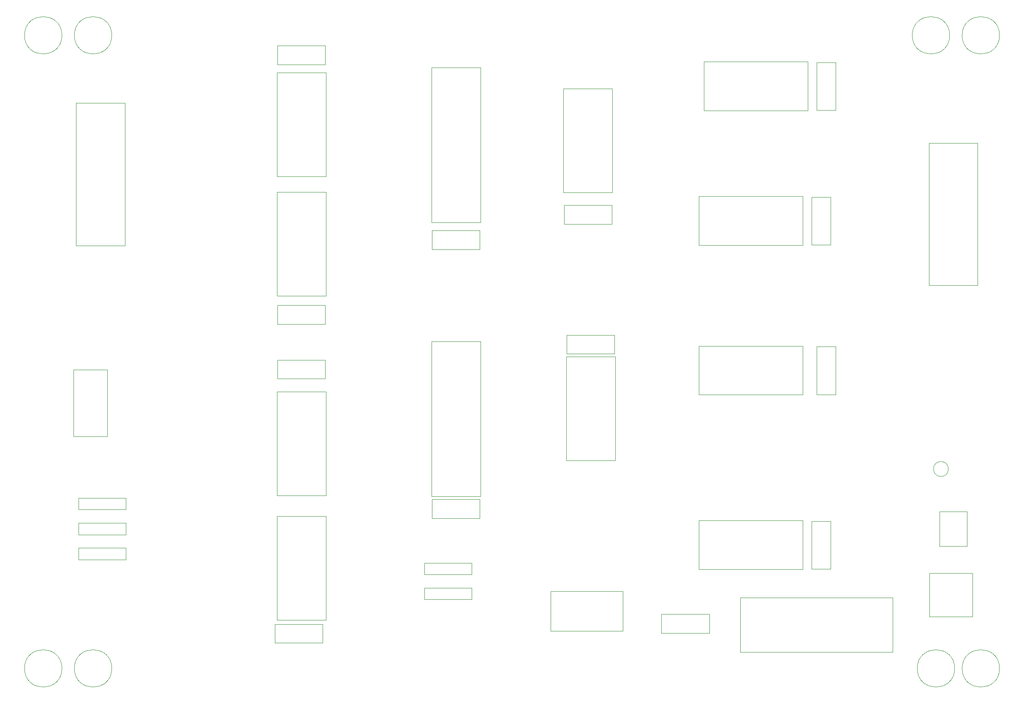
<source format=gbr>
%TF.GenerationSoftware,KiCad,Pcbnew,(5.1.10)-1*%
%TF.CreationDate,2021-10-27T19:24:49+02:00*%
%TF.ProjectId,Program Counter,50726f67-7261-46d2-9043-6f756e746572,rev1.0*%
%TF.SameCoordinates,Original*%
%TF.FileFunction,Other,User*%
%FSLAX46Y46*%
G04 Gerber Fmt 4.6, Leading zero omitted, Abs format (unit mm)*
G04 Created by KiCad (PCBNEW (5.1.10)-1) date 2021-10-27 19:24:49*
%MOMM*%
%LPD*%
G01*
G04 APERTURE LIST*
%ADD10C,0.050000*%
G04 APERTURE END LIST*
D10*
%TO.C,J5*%
X231200000Y-127450000D02*
X231200000Y-120550000D01*
X225700000Y-127450000D02*
X231200000Y-127450000D01*
X225700000Y-120550000D02*
X225700000Y-127450000D01*
X231200000Y-120550000D02*
X225700000Y-120550000D01*
%TO.C,J4*%
X227500000Y-112000000D02*
G75*
G03*
X227500000Y-112000000I-1500000J0D01*
G01*
%TO.C,J6*%
X216340000Y-137820000D02*
X216340000Y-148720000D01*
X185750000Y-137820000D02*
X216340000Y-137820000D01*
X185750000Y-148720000D02*
X185750000Y-137820000D01*
X216340000Y-148720000D02*
X185750000Y-148720000D01*
%TO.C,J2*%
X52570000Y-67190000D02*
X52570000Y-38590000D01*
X62370000Y-67190000D02*
X52570000Y-67190000D01*
X62370000Y-38590000D02*
X62370000Y-67190000D01*
X52570000Y-38590000D02*
X62370000Y-38590000D01*
%TO.C,J1*%
X223570000Y-75190000D02*
X223570000Y-46590000D01*
X233370000Y-75190000D02*
X223570000Y-75190000D01*
X233370000Y-46590000D02*
X233370000Y-75190000D01*
X223570000Y-46590000D02*
X233370000Y-46590000D01*
%TO.C,H8*%
X59750000Y-152000000D02*
G75*
G03*
X59750000Y-152000000I-3750000J0D01*
G01*
%TO.C,H7*%
X227750000Y-25000000D02*
G75*
G03*
X227750000Y-25000000I-3750000J0D01*
G01*
%TO.C,H6*%
X59750000Y-25000000D02*
G75*
G03*
X59750000Y-25000000I-3750000J0D01*
G01*
%TO.C,H5*%
X228750000Y-152000000D02*
G75*
G03*
X228750000Y-152000000I-3750000J0D01*
G01*
%TO.C,H4*%
X237750000Y-25000000D02*
G75*
G03*
X237750000Y-25000000I-3750000J0D01*
G01*
%TO.C,H3*%
X237750000Y-152000000D02*
G75*
G03*
X237750000Y-152000000I-3750000J0D01*
G01*
%TO.C,H2*%
X49750000Y-152000000D02*
G75*
G03*
X49750000Y-152000000I-3750000J0D01*
G01*
%TO.C,H1*%
X49750000Y-25000000D02*
G75*
G03*
X49750000Y-25000000I-3750000J0D01*
G01*
%TO.C,C13*%
X160550000Y-85100000D02*
X150950000Y-85100000D01*
X160550000Y-88900000D02*
X160550000Y-85100000D01*
X150950000Y-88900000D02*
X160550000Y-88900000D01*
X150950000Y-85100000D02*
X150950000Y-88900000D01*
%TO.C,C12*%
X160050000Y-59100000D02*
X150450000Y-59100000D01*
X160050000Y-62900000D02*
X160050000Y-59100000D01*
X150450000Y-62900000D02*
X160050000Y-62900000D01*
X150450000Y-59100000D02*
X150450000Y-62900000D01*
%TO.C,C11*%
X92450000Y-146900000D02*
X102050000Y-146900000D01*
X92450000Y-143100000D02*
X92450000Y-146900000D01*
X102050000Y-143100000D02*
X92450000Y-143100000D01*
X102050000Y-146900000D02*
X102050000Y-143100000D01*
%TO.C,C10*%
X102550000Y-90100000D02*
X92950000Y-90100000D01*
X102550000Y-93900000D02*
X102550000Y-90100000D01*
X92950000Y-93900000D02*
X102550000Y-93900000D01*
X92950000Y-90100000D02*
X92950000Y-93900000D01*
%TO.C,C9*%
X102550000Y-79100000D02*
X92950000Y-79100000D01*
X102550000Y-82900000D02*
X102550000Y-79100000D01*
X92950000Y-82900000D02*
X102550000Y-82900000D01*
X92950000Y-79100000D02*
X92950000Y-82900000D01*
%TO.C,C8*%
X102550000Y-27100000D02*
X92950000Y-27100000D01*
X102550000Y-30900000D02*
X102550000Y-27100000D01*
X92950000Y-30900000D02*
X102550000Y-30900000D01*
X92950000Y-27100000D02*
X92950000Y-30900000D01*
%TO.C,C7*%
X200100000Y-122450000D02*
X200100000Y-132050000D01*
X203900000Y-122450000D02*
X200100000Y-122450000D01*
X203900000Y-132050000D02*
X203900000Y-122450000D01*
X200100000Y-132050000D02*
X203900000Y-132050000D01*
%TO.C,C6*%
X201100000Y-87450000D02*
X201100000Y-97050000D01*
X204900000Y-87450000D02*
X201100000Y-87450000D01*
X204900000Y-97050000D02*
X204900000Y-87450000D01*
X201100000Y-97050000D02*
X204900000Y-97050000D01*
%TO.C,C5*%
X200100000Y-57450000D02*
X200100000Y-67050000D01*
X203900000Y-57450000D02*
X200100000Y-57450000D01*
X203900000Y-67050000D02*
X203900000Y-57450000D01*
X200100000Y-67050000D02*
X203900000Y-67050000D01*
%TO.C,C4*%
X201100000Y-30450000D02*
X201100000Y-40050000D01*
X204900000Y-30450000D02*
X201100000Y-30450000D01*
X204900000Y-40050000D02*
X204900000Y-30450000D01*
X201100000Y-40050000D02*
X204900000Y-40050000D01*
%TO.C,C3*%
X179550000Y-141100000D02*
X169950000Y-141100000D01*
X179550000Y-144900000D02*
X179550000Y-141100000D01*
X169950000Y-144900000D02*
X179550000Y-144900000D01*
X169950000Y-141100000D02*
X169950000Y-144900000D01*
%TO.C,C2*%
X133550000Y-118100000D02*
X123950000Y-118100000D01*
X133550000Y-121900000D02*
X133550000Y-118100000D01*
X123950000Y-121900000D02*
X133550000Y-121900000D01*
X123950000Y-118100000D02*
X123950000Y-121900000D01*
%TO.C,C1*%
X133550000Y-64140000D02*
X123950000Y-64140000D01*
X133550000Y-67940000D02*
X133550000Y-64140000D01*
X123950000Y-67940000D02*
X133550000Y-67940000D01*
X123950000Y-64140000D02*
X123950000Y-67940000D01*
%TO.C,REG8.2*%
X133700000Y-86450000D02*
X123900000Y-86450000D01*
X133700000Y-117500000D02*
X133700000Y-86450000D01*
X123900000Y-117500000D02*
X133700000Y-117500000D01*
X123900000Y-86450000D02*
X123900000Y-117500000D01*
%TO.C,REG8.1*%
X133700000Y-31450000D02*
X123900000Y-31450000D01*
X133700000Y-62500000D02*
X133700000Y-31450000D01*
X123900000Y-62500000D02*
X133700000Y-62500000D01*
X123900000Y-31450000D02*
X123900000Y-62500000D01*
%TO.C,R14*%
X62600000Y-122850000D02*
X53050000Y-122850000D01*
X62600000Y-125150000D02*
X62600000Y-122850000D01*
X53050000Y-125150000D02*
X62600000Y-125150000D01*
X53050000Y-122850000D02*
X53050000Y-125150000D01*
%TO.C,R10*%
X122400000Y-138150000D02*
X131950000Y-138150000D01*
X122400000Y-135850000D02*
X122400000Y-138150000D01*
X131950000Y-135850000D02*
X122400000Y-135850000D01*
X131950000Y-138150000D02*
X131950000Y-135850000D01*
%TO.C,R6*%
X122400000Y-133150000D02*
X131950000Y-133150000D01*
X122400000Y-130850000D02*
X122400000Y-133150000D01*
X131950000Y-130850000D02*
X122400000Y-130850000D01*
X131950000Y-133150000D02*
X131950000Y-130850000D01*
%TO.C,R5*%
X62600000Y-117850000D02*
X53050000Y-117850000D01*
X62600000Y-120150000D02*
X62600000Y-117850000D01*
X53050000Y-120150000D02*
X62600000Y-120150000D01*
X53050000Y-117850000D02*
X53050000Y-120150000D01*
%TO.C,R4*%
X62600000Y-127850000D02*
X53050000Y-127850000D01*
X62600000Y-130150000D02*
X62600000Y-127850000D01*
X53050000Y-130150000D02*
X62600000Y-130150000D01*
X53050000Y-127850000D02*
X53050000Y-130150000D01*
%TO.C,POT1*%
X147750000Y-136550000D02*
X147750000Y-144450000D01*
X162250000Y-136550000D02*
X147750000Y-136550000D01*
X162250000Y-144450000D02*
X162250000Y-136550000D01*
X147750000Y-144450000D02*
X162250000Y-144450000D01*
%TO.C,MUXB2*%
X160700000Y-89450000D02*
X150900000Y-89450000D01*
X160700000Y-110300000D02*
X160700000Y-89450000D01*
X150900000Y-110300000D02*
X160700000Y-110300000D01*
X150900000Y-89450000D02*
X150900000Y-110300000D01*
%TO.C,MUXB1*%
X150300000Y-56550000D02*
X160100000Y-56550000D01*
X150300000Y-35700000D02*
X150300000Y-56550000D01*
X160100000Y-35700000D02*
X150300000Y-35700000D01*
X160100000Y-56550000D02*
X160100000Y-35700000D01*
%TO.C,MUXA4*%
X102700000Y-121450000D02*
X92900000Y-121450000D01*
X102700000Y-142300000D02*
X102700000Y-121450000D01*
X92900000Y-142300000D02*
X102700000Y-142300000D01*
X92900000Y-121450000D02*
X92900000Y-142300000D01*
%TO.C,MUXA3*%
X102700000Y-96450000D02*
X92900000Y-96450000D01*
X102700000Y-117300000D02*
X102700000Y-96450000D01*
X92900000Y-117300000D02*
X102700000Y-117300000D01*
X92900000Y-96450000D02*
X92900000Y-117300000D01*
%TO.C,MUXA2*%
X102700000Y-56450000D02*
X92900000Y-56450000D01*
X102700000Y-77300000D02*
X102700000Y-56450000D01*
X92900000Y-77300000D02*
X102700000Y-77300000D01*
X92900000Y-56450000D02*
X92900000Y-77300000D01*
%TO.C,MUXA1*%
X102700000Y-32450000D02*
X92900000Y-32450000D01*
X102700000Y-53300000D02*
X102700000Y-32450000D01*
X92900000Y-53300000D02*
X102700000Y-53300000D01*
X92900000Y-32450000D02*
X92900000Y-53300000D01*
%TO.C,J3*%
X58850000Y-105450000D02*
X58850000Y-92050000D01*
X52100000Y-105450000D02*
X58850000Y-105450000D01*
X52100000Y-92050000D02*
X52100000Y-105450000D01*
X58850000Y-92050000D02*
X52100000Y-92050000D01*
%TO.C,C_BOARD1*%
X232350000Y-141600000D02*
X232350000Y-132900000D01*
X223650000Y-141600000D02*
X232350000Y-141600000D01*
X223650000Y-132900000D02*
X223650000Y-141600000D01*
X232350000Y-132900000D02*
X223650000Y-132900000D01*
%TO.C,ADD4.2*%
X177450000Y-57300000D02*
X177450000Y-67100000D01*
X198300000Y-57300000D02*
X177450000Y-57300000D01*
X198300000Y-67100000D02*
X198300000Y-57300000D01*
X177450000Y-67100000D02*
X198300000Y-67100000D01*
%TO.C,ADD4.1*%
X178450000Y-30300000D02*
X178450000Y-40100000D01*
X199300000Y-30300000D02*
X178450000Y-30300000D01*
X199300000Y-40100000D02*
X199300000Y-30300000D01*
X178450000Y-40100000D02*
X199300000Y-40100000D01*
%TO.C,ADD4.3*%
X177450000Y-87300000D02*
X177450000Y-97100000D01*
X198300000Y-87300000D02*
X177450000Y-87300000D01*
X198300000Y-97100000D02*
X198300000Y-87300000D01*
X177450000Y-97100000D02*
X198300000Y-97100000D01*
%TO.C,ADD4.4*%
X177450000Y-122300000D02*
X177450000Y-132100000D01*
X198300000Y-122300000D02*
X177450000Y-122300000D01*
X198300000Y-132100000D02*
X198300000Y-122300000D01*
X177450000Y-132100000D02*
X198300000Y-132100000D01*
%TD*%
M02*

</source>
